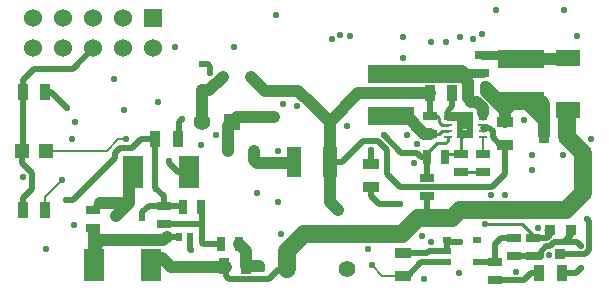
<source format=gbl>
%FSLAX34Y34*%
G04 Gerber Fmt 3.4, Leading zero omitted, Abs format*
G04 (created by PCBNEW (2013-11-03 BZR 4430)-product) date Fri 08 Nov 2013 11:28:15 PM CST*
%MOIN*%
G01*
G70*
G90*
G04 APERTURE LIST*
%ADD10C,0.005906*%
%ADD11R,0.030000X0.020000*%
%ADD12R,0.020000X0.030000*%
%ADD13R,0.070900X0.106300*%
%ADD14R,0.035000X0.055000*%
%ADD15R,0.045000X0.025000*%
%ADD16R,0.025000X0.045000*%
%ADD17R,0.055000X0.055000*%
%ADD18C,0.055000*%
%ADD19R,0.047200X0.047200*%
%ADD20R,0.060000X0.060000*%
%ADD21C,0.060000*%
%ADD22R,0.050000X0.100000*%
%ADD23R,0.055000X0.035000*%
%ADD24R,0.036000X0.036000*%
%ADD25R,0.157480X0.059055*%
%ADD26R,0.023622X0.023622*%
%ADD27R,0.082677X0.055118*%
%ADD28R,0.055118X0.031220*%
%ADD29O,0.031496X0.009843*%
%ADD30O,0.035039X0.009843*%
%ADD31C,0.021654*%
%ADD32C,0.019685*%
%ADD33C,0.006890*%
%ADD34C,0.039370*%
%ADD35C,0.029528*%
%ADD36C,0.009843*%
%ADD37C,0.059055*%
G04 APERTURE END LIST*
G54D10*
G54D11*
X55877Y-45079D03*
X55877Y-44329D03*
X56877Y-45079D03*
X55877Y-44704D03*
X56877Y-44329D03*
G54D12*
X46967Y-44224D03*
X47717Y-44224D03*
X46967Y-45224D03*
X47342Y-44224D03*
X47717Y-45224D03*
G54D13*
X45413Y-42066D03*
X47303Y-42066D03*
X46020Y-45175D03*
X44130Y-45175D03*
G54D14*
X41750Y-39409D03*
X42500Y-39409D03*
X41750Y-43346D03*
X42500Y-43346D03*
G54D15*
X57060Y-38780D03*
X57060Y-38180D03*
X56360Y-42080D03*
X56360Y-41480D03*
X46450Y-43200D03*
X46450Y-43800D03*
X44100Y-43925D03*
X44100Y-43325D03*
G54D16*
X55240Y-41560D03*
X55840Y-41560D03*
G54D15*
X55240Y-42860D03*
X55240Y-42260D03*
X57100Y-41480D03*
X57100Y-42080D03*
X55314Y-40192D03*
X55314Y-40792D03*
G54D16*
X47100Y-43250D03*
X47700Y-43250D03*
X48375Y-44475D03*
X48975Y-44475D03*
G54D15*
X57480Y-45078D03*
X57480Y-45678D03*
G54D17*
X48728Y-40393D03*
G54D18*
X47728Y-40393D03*
G54D19*
X42538Y-41377D03*
X41712Y-41377D03*
G54D18*
X50574Y-45314D03*
X52574Y-45314D03*
G54D20*
X46094Y-36940D03*
G54D21*
X46094Y-37940D03*
X45094Y-36940D03*
X45094Y-37940D03*
X44094Y-36940D03*
X44094Y-37940D03*
X43094Y-36940D03*
X43094Y-37940D03*
X42094Y-36940D03*
X42094Y-37940D03*
G54D22*
X51977Y-41732D03*
X50777Y-41732D03*
G54D14*
X46165Y-40980D03*
X46915Y-40980D03*
X55325Y-39440D03*
X56075Y-39440D03*
X48443Y-45216D03*
X49193Y-45216D03*
X58975Y-45433D03*
X59725Y-45433D03*
G54D15*
X58120Y-44260D03*
X58120Y-44860D03*
G54D23*
X54429Y-45532D03*
X54429Y-44782D03*
X57840Y-40405D03*
X57840Y-41155D03*
X53346Y-41810D03*
X53346Y-42560D03*
G54D14*
X59882Y-40826D03*
X59132Y-40826D03*
G54D24*
X60010Y-44000D03*
X59310Y-44000D03*
X59660Y-44800D03*
G54D15*
X58760Y-44860D03*
X58760Y-44260D03*
G54D25*
X58346Y-38287D03*
X58346Y-39704D03*
X54015Y-40216D03*
X54015Y-38799D03*
G54D26*
X49283Y-38900D03*
X48416Y-38900D03*
X47736Y-39350D03*
X47736Y-38484D03*
X48591Y-41375D03*
X49458Y-41375D03*
X50125Y-39366D03*
X50125Y-40233D03*
X45733Y-43600D03*
X44866Y-43600D03*
G54D27*
X59940Y-38273D03*
X59940Y-40006D03*
G54D28*
X56500Y-40187D03*
X56500Y-40500D03*
G54D29*
X57090Y-40106D03*
X57090Y-40303D03*
G54D30*
X57090Y-40500D03*
G54D29*
X57090Y-40696D03*
X57090Y-40893D03*
X55909Y-40893D03*
X55909Y-40696D03*
X55909Y-40500D03*
X55909Y-40303D03*
X55909Y-40106D03*
G54D28*
X56500Y-40812D03*
G54D31*
X57360Y-42840D03*
X58940Y-43920D03*
X43188Y-42992D03*
X53350Y-41350D03*
X50255Y-41358D03*
X46259Y-39724D03*
X43503Y-40393D03*
X57840Y-42840D03*
X60560Y-43620D03*
X52340Y-37500D03*
X57075Y-37475D03*
X60708Y-40984D03*
X55118Y-45629D03*
X55354Y-44409D03*
X60360Y-44520D03*
X56338Y-40157D03*
X56663Y-40157D03*
X57140Y-39180D03*
X57140Y-39420D03*
X58720Y-42007D03*
X54803Y-41771D03*
X57519Y-36673D03*
X42519Y-44625D03*
X52050Y-37650D03*
X50177Y-36830D03*
X47992Y-38779D03*
X47047Y-40295D03*
X46633Y-41692D03*
X60350Y-45275D03*
X56338Y-44409D03*
X45118Y-40000D03*
X53267Y-44645D03*
X52550Y-40550D03*
X50350Y-44125D03*
X60225Y-37525D03*
X47350Y-44675D03*
X56338Y-40610D03*
X56663Y-40836D03*
X50157Y-41771D03*
X56338Y-40836D03*
X56663Y-40610D03*
X56663Y-40383D03*
X56338Y-40383D03*
X49724Y-45314D03*
X54409Y-37559D03*
X54409Y-38267D03*
X52244Y-43346D03*
X41750Y-42250D03*
X55375Y-37750D03*
X56775Y-37625D03*
X59800Y-36675D03*
X54311Y-43129D03*
X53385Y-45177D03*
X43225Y-39950D03*
X45177Y-40984D03*
X43070Y-42322D03*
X43385Y-40984D03*
X50899Y-39856D03*
X46830Y-37913D03*
X48779Y-37893D03*
X50413Y-39803D03*
X58200Y-45400D03*
X56300Y-45425D03*
X55050Y-44200D03*
X59300Y-44825D03*
X54881Y-41141D03*
X54566Y-40826D03*
X43475Y-43825D03*
X44803Y-38976D03*
X57160Y-43800D03*
X56338Y-37559D03*
X58740Y-41496D03*
X58444Y-40334D03*
X55850Y-37725D03*
X59763Y-41496D03*
X52650Y-37550D03*
X47677Y-41181D03*
X49566Y-42755D03*
X50275Y-43070D03*
X48188Y-40826D03*
X53780Y-40840D03*
G54D32*
X46165Y-40980D02*
X46165Y-42585D01*
X46450Y-42870D02*
X46450Y-43200D01*
X46165Y-42585D02*
X46450Y-42870D01*
X44980Y-41279D02*
X45380Y-41279D01*
X43543Y-42874D02*
X44822Y-41594D01*
X44822Y-41594D02*
X44822Y-41437D01*
X44822Y-41437D02*
X44980Y-41279D01*
X43188Y-42992D02*
X43425Y-42992D01*
X43543Y-42874D02*
X43425Y-42992D01*
X45680Y-40980D02*
X46165Y-40980D01*
X45380Y-41279D02*
X45680Y-40980D01*
X53346Y-41810D02*
X53346Y-41353D01*
G54D33*
X53346Y-41353D02*
X53350Y-41350D01*
G54D32*
X46450Y-43200D02*
X45950Y-43200D01*
X45733Y-43416D02*
X45950Y-43200D01*
X45733Y-43600D02*
X45733Y-43416D01*
X46450Y-43200D02*
X47050Y-43200D01*
X47050Y-43200D02*
X47100Y-43250D01*
X59660Y-44800D02*
X60500Y-44800D01*
X60500Y-44800D02*
X60640Y-44660D01*
X60640Y-44660D02*
X60640Y-43700D01*
X60640Y-43700D02*
X60560Y-43620D01*
X59780Y-44400D02*
X59460Y-44400D01*
X58980Y-44860D02*
X58760Y-44860D01*
X59020Y-44900D02*
X58980Y-44860D01*
X59020Y-44720D02*
X59020Y-44900D01*
X59200Y-44540D02*
X59020Y-44720D01*
X59320Y-44540D02*
X59200Y-44540D01*
X59460Y-44400D02*
X59320Y-44540D01*
X58760Y-44860D02*
X58120Y-44860D01*
X60010Y-44000D02*
X60010Y-44170D01*
X60010Y-44170D02*
X59780Y-44400D01*
X60240Y-44400D02*
X59780Y-44400D01*
X60360Y-44520D02*
X60240Y-44400D01*
G54D33*
X56496Y-40179D02*
X56368Y-40187D01*
X56368Y-40187D02*
X56338Y-40157D01*
X56496Y-40179D02*
X56633Y-40187D01*
X56633Y-40187D02*
X56663Y-40157D01*
G54D34*
X57840Y-40405D02*
X57840Y-40020D01*
X57840Y-40020D02*
X58040Y-39820D01*
X58040Y-39820D02*
X58346Y-39704D01*
X57840Y-40405D02*
X57840Y-39700D01*
X57840Y-39700D02*
X58346Y-39704D01*
G54D32*
X57840Y-40405D02*
X57840Y-40172D01*
X57840Y-40172D02*
X57341Y-39673D01*
X57341Y-39673D02*
X57341Y-39604D01*
G54D35*
X57140Y-39402D02*
X57341Y-39604D01*
X57341Y-39604D02*
X57376Y-39639D01*
X57140Y-39180D02*
X57140Y-39402D01*
X58280Y-39639D02*
X58346Y-39704D01*
X57376Y-39639D02*
X58280Y-39639D01*
G54D34*
X59132Y-40826D02*
X59132Y-39787D01*
X59050Y-39704D02*
X58346Y-39704D01*
X59132Y-39787D02*
X59050Y-39704D01*
X59132Y-40826D02*
X59132Y-40372D01*
X59132Y-40372D02*
X58464Y-39704D01*
X58464Y-39704D02*
X58346Y-39704D01*
G54D32*
X56075Y-39440D02*
X56075Y-39865D01*
X55909Y-40030D02*
X55909Y-40216D01*
X56075Y-39865D02*
X55909Y-40030D01*
G54D35*
X57140Y-39180D02*
X57200Y-39180D01*
X57200Y-39180D02*
X57679Y-39659D01*
X57679Y-39659D02*
X58346Y-39704D01*
G54D36*
X56360Y-41480D02*
X55920Y-41480D01*
X55920Y-41480D02*
X55840Y-41560D01*
X56360Y-41480D02*
X56360Y-41140D01*
X56360Y-41140D02*
X56360Y-40952D01*
X56360Y-40952D02*
X56500Y-40812D01*
G54D35*
X55909Y-40216D02*
X56471Y-40216D01*
X56471Y-40216D02*
X56500Y-40187D01*
G54D32*
X47736Y-38484D02*
X47913Y-38484D01*
X47992Y-38562D02*
X47992Y-38779D01*
X47913Y-38484D02*
X47992Y-38562D01*
X46949Y-40392D02*
X47047Y-40295D01*
X46949Y-40392D02*
X46949Y-40984D01*
X47303Y-42066D02*
X46929Y-42066D01*
X46633Y-41771D02*
X46633Y-41692D01*
X46929Y-42066D02*
X46633Y-41771D01*
X54429Y-44782D02*
X55217Y-44782D01*
X55295Y-44704D02*
X55877Y-44704D01*
X55217Y-44782D02*
X55295Y-44704D01*
X59725Y-45433D02*
X60191Y-45433D01*
X60191Y-45433D02*
X60350Y-45275D01*
X55877Y-44704D02*
X55877Y-44329D01*
X55877Y-44329D02*
X55957Y-44409D01*
X55957Y-44409D02*
X56338Y-44409D01*
X47342Y-44224D02*
X47342Y-44667D01*
X47342Y-44667D02*
X47350Y-44675D01*
G54D36*
X55909Y-40106D02*
X55909Y-40216D01*
X55909Y-40216D02*
X55909Y-40303D01*
G54D33*
X56338Y-40610D02*
X56496Y-40492D01*
X56663Y-40836D02*
X56496Y-40804D01*
G54D34*
X50157Y-41771D02*
X49571Y-41771D01*
X49458Y-41658D02*
X49458Y-41375D01*
X49571Y-41771D02*
X49458Y-41658D01*
X50157Y-41771D02*
X50738Y-41771D01*
X50738Y-41771D02*
X50777Y-41732D01*
X49193Y-45216D02*
X49193Y-44693D01*
X49193Y-44693D02*
X48975Y-44475D01*
G54D32*
X41750Y-42924D02*
X41750Y-43346D01*
X42050Y-42625D02*
X41750Y-42924D01*
G54D33*
X56496Y-40804D02*
X56359Y-40815D01*
X56359Y-40815D02*
X56338Y-40836D01*
X56663Y-40610D02*
X56496Y-40492D01*
X56496Y-40492D02*
X56582Y-40492D01*
X56582Y-40492D02*
X56663Y-40383D01*
X56338Y-40383D02*
X56496Y-40492D01*
G54D32*
X41712Y-41377D02*
X41712Y-41762D01*
X41712Y-41762D02*
X42050Y-42100D01*
X42050Y-42100D02*
X42050Y-42625D01*
G54D34*
X49193Y-45216D02*
X49625Y-45216D01*
G54D36*
X49625Y-45216D02*
X49724Y-45314D01*
G54D32*
X41750Y-39409D02*
X41750Y-38997D01*
X43413Y-38622D02*
X44094Y-37940D01*
X42125Y-38622D02*
X43413Y-38622D01*
X41750Y-38997D02*
X42125Y-38622D01*
X41750Y-39409D02*
X41750Y-41339D01*
X41750Y-41339D02*
X41712Y-41377D01*
X57840Y-41155D02*
X57670Y-41155D01*
X57303Y-40590D02*
X57090Y-40590D01*
X57421Y-40708D02*
X57303Y-40590D01*
X57421Y-40905D02*
X57421Y-40708D01*
X57670Y-41155D02*
X57421Y-40905D01*
G54D34*
X51977Y-40402D02*
X51977Y-40402D01*
X52980Y-39440D02*
X55325Y-39440D01*
X52940Y-39440D02*
X52980Y-39440D01*
X51977Y-40402D02*
X52940Y-39440D01*
G54D36*
X57090Y-40500D02*
X57090Y-40590D01*
X57090Y-40590D02*
X57090Y-40600D01*
X57090Y-40600D02*
X57090Y-40696D01*
G54D32*
X57840Y-42120D02*
X57840Y-41155D01*
X51977Y-41732D02*
X52407Y-41732D01*
X52407Y-41732D02*
X53100Y-41040D01*
X53100Y-41040D02*
X53600Y-41040D01*
X53600Y-41040D02*
X53900Y-41340D01*
X53900Y-41340D02*
X53900Y-42140D01*
X53900Y-42140D02*
X54320Y-42560D01*
X54320Y-42560D02*
X57400Y-42560D01*
X57400Y-42560D02*
X57676Y-42283D01*
X57676Y-42283D02*
X57840Y-42120D01*
G54D36*
X55909Y-40500D02*
X55720Y-40500D01*
X55552Y-40192D02*
X55314Y-40192D01*
X55620Y-40260D02*
X55552Y-40192D01*
X55620Y-40400D02*
X55620Y-40260D01*
X55720Y-40500D02*
X55620Y-40400D01*
G54D32*
X55314Y-40192D02*
X55314Y-39450D01*
X55314Y-39450D02*
X55325Y-39440D01*
G54D34*
X51977Y-41732D02*
X51977Y-42607D01*
X51977Y-42607D02*
X51977Y-43080D01*
X51977Y-43080D02*
X52244Y-43346D01*
X50125Y-39366D02*
X50941Y-39366D01*
X51425Y-39850D02*
X51977Y-40402D01*
X51977Y-40402D02*
X51977Y-40442D01*
X50941Y-39366D02*
X51425Y-39850D01*
X51977Y-40442D02*
X51977Y-41732D01*
G54D32*
X49283Y-38900D02*
X49350Y-38900D01*
G54D34*
X49816Y-39366D02*
X50125Y-39366D01*
X49350Y-38900D02*
X49816Y-39366D01*
G54D32*
X57480Y-45678D02*
X58455Y-45678D01*
X58700Y-45433D02*
X58975Y-45433D01*
X58455Y-45678D02*
X58700Y-45433D01*
G54D36*
X57100Y-42080D02*
X56360Y-42080D01*
G54D35*
X57086Y-38784D02*
X56314Y-38784D01*
G54D32*
X56314Y-38784D02*
X56299Y-38799D01*
G54D34*
X57090Y-40106D02*
X57090Y-39925D01*
X57090Y-39925D02*
X56885Y-39720D01*
X56885Y-39720D02*
X56700Y-39720D01*
X56700Y-39720D02*
X56580Y-39600D01*
X56580Y-39600D02*
X56580Y-39080D01*
X56580Y-39080D02*
X56299Y-38799D01*
G54D32*
X56359Y-38799D02*
X56299Y-38799D01*
G54D37*
X54015Y-38799D02*
X56359Y-38799D01*
X56359Y-38799D02*
X56360Y-38800D01*
G54D36*
X57090Y-40303D02*
X57090Y-40211D01*
X57090Y-40211D02*
X57090Y-40106D01*
G54D35*
X57060Y-38180D02*
X58239Y-38180D01*
X58239Y-38180D02*
X58346Y-38287D01*
G54D34*
X58346Y-38287D02*
X59901Y-38287D01*
G54D32*
X53346Y-42560D02*
X53346Y-42866D01*
X53346Y-42866D02*
X53609Y-43129D01*
X53609Y-43129D02*
X54311Y-43129D01*
G54D33*
X54429Y-45532D02*
X53741Y-45532D01*
X54311Y-43129D02*
X54310Y-43130D01*
X53741Y-45532D02*
X53385Y-45177D01*
G54D32*
X54429Y-45532D02*
X54585Y-45532D01*
X55038Y-45079D02*
X55877Y-45079D01*
X54585Y-45532D02*
X55038Y-45079D01*
X44100Y-43925D02*
X44100Y-45145D01*
X44100Y-45145D02*
X44130Y-45175D01*
G54D34*
X44130Y-45175D02*
X44130Y-44105D01*
X44130Y-44105D02*
X44125Y-44100D01*
G54D32*
X46967Y-44224D02*
X46550Y-44224D01*
G54D36*
X44130Y-44595D02*
X44130Y-45175D01*
G54D34*
X44375Y-44350D02*
X44130Y-44595D01*
X46425Y-44350D02*
X44375Y-44350D01*
X46550Y-44224D02*
X46425Y-44350D01*
G54D32*
X44866Y-43600D02*
X44866Y-43533D01*
G54D34*
X44866Y-43533D02*
X45300Y-43100D01*
G54D32*
X44325Y-43100D02*
X44100Y-43325D01*
G54D34*
X45300Y-43100D02*
X44325Y-43100D01*
X45300Y-43100D02*
X45300Y-42180D01*
G54D36*
X45300Y-42180D02*
X45413Y-42066D01*
G54D32*
X47717Y-44224D02*
X47717Y-43267D01*
X47717Y-43267D02*
X47700Y-43250D01*
X46475Y-43800D02*
X47697Y-43800D01*
X47717Y-44224D02*
X47717Y-44417D01*
X47775Y-44475D02*
X48375Y-44475D01*
X47717Y-44417D02*
X47775Y-44475D01*
X47697Y-43800D02*
X47717Y-43819D01*
X47717Y-43819D02*
X47717Y-44224D01*
G54D34*
X47736Y-39350D02*
X47966Y-39350D01*
X47966Y-39350D02*
X48416Y-38900D01*
X47728Y-40393D02*
X47728Y-39358D01*
G54D32*
X47728Y-39358D02*
X47736Y-39350D01*
G54D34*
X50125Y-40233D02*
X48888Y-40233D01*
G54D32*
X48888Y-40233D02*
X48728Y-40393D01*
G54D34*
X48591Y-41375D02*
X48591Y-40530D01*
G54D32*
X48591Y-40530D02*
X48728Y-40393D01*
X42500Y-39409D02*
X42684Y-39409D01*
X42684Y-39409D02*
X43225Y-39950D01*
G54D33*
X42538Y-41377D02*
X44547Y-41377D01*
X44940Y-40984D02*
X45177Y-40984D01*
X44547Y-41377D02*
X44940Y-40984D01*
X42500Y-43346D02*
X42500Y-42892D01*
X42500Y-42892D02*
X43070Y-42322D01*
X43385Y-40984D02*
X43366Y-40964D01*
G54D34*
X55314Y-40792D02*
X55122Y-40792D01*
X54547Y-40216D02*
X54015Y-40216D01*
X55122Y-40792D02*
X54547Y-40216D01*
G54D36*
X55909Y-40696D02*
X55720Y-40696D01*
X55625Y-40792D02*
X55314Y-40792D01*
X55720Y-40696D02*
X55625Y-40792D01*
G54D32*
X58760Y-44260D02*
X59220Y-44260D01*
X59310Y-44170D02*
X59310Y-44000D01*
X59220Y-44260D02*
X59310Y-44170D01*
G54D33*
X59310Y-44000D02*
X59160Y-44000D01*
X58980Y-44180D02*
X58760Y-44180D01*
G54D36*
X58760Y-44180D02*
X58380Y-43800D01*
X58380Y-43800D02*
X57160Y-43800D01*
G54D32*
X57480Y-45078D02*
X56878Y-45078D01*
X56878Y-45078D02*
X56877Y-45079D01*
X57480Y-45078D02*
X57480Y-44479D01*
X57700Y-44260D02*
X58120Y-44260D01*
X57480Y-44479D02*
X57700Y-44260D01*
G54D33*
X57090Y-40893D02*
X57090Y-41470D01*
X57090Y-41470D02*
X57100Y-41480D01*
G54D37*
X60420Y-42540D02*
X60420Y-42760D01*
X60420Y-41440D02*
X60420Y-42540D01*
X59882Y-40902D02*
X60420Y-41440D01*
X59882Y-40826D02*
X59882Y-40902D01*
X56060Y-43600D02*
X55060Y-43600D01*
X56340Y-43320D02*
X56060Y-43600D01*
X59860Y-43320D02*
X56340Y-43320D01*
X60420Y-42760D02*
X59860Y-43320D01*
G54D32*
X55240Y-42860D02*
X55240Y-43420D01*
X55240Y-43420D02*
X55060Y-43600D01*
G54D37*
X55060Y-43600D02*
X54940Y-43600D01*
X50574Y-44685D02*
X50574Y-45314D01*
X51120Y-44140D02*
X50574Y-44685D01*
X54400Y-44140D02*
X51120Y-44140D01*
X54940Y-43600D02*
X54400Y-44140D01*
X59882Y-40826D02*
X59882Y-40038D01*
G54D32*
X59882Y-40038D02*
X59901Y-40019D01*
X50574Y-45314D02*
X50285Y-45314D01*
G54D34*
X48511Y-45224D02*
X47717Y-45224D01*
G54D32*
X48518Y-45216D02*
X48511Y-45224D01*
X50285Y-45314D02*
X49950Y-45650D01*
X49950Y-45650D02*
X48625Y-45650D01*
X48625Y-45650D02*
X48518Y-45543D01*
X48518Y-45543D02*
X48518Y-45216D01*
G54D34*
X46045Y-44925D02*
X46400Y-44925D01*
X46699Y-45224D02*
X46967Y-45224D01*
X46400Y-44925D02*
X46699Y-45224D01*
X46967Y-45224D02*
X47717Y-45224D01*
G54D32*
X55240Y-41560D02*
X55020Y-41560D01*
X55020Y-41560D02*
X54880Y-41420D01*
X54880Y-41420D02*
X54360Y-41420D01*
X54360Y-41420D02*
X53780Y-40840D01*
X55240Y-42260D02*
X55240Y-41560D01*
G54D36*
X55240Y-41560D02*
X55240Y-41420D01*
X55909Y-41030D02*
X55909Y-40893D01*
X55840Y-41100D02*
X55909Y-41030D01*
X55560Y-41100D02*
X55840Y-41100D01*
X55240Y-41420D02*
X55560Y-41100D01*
M02*

</source>
